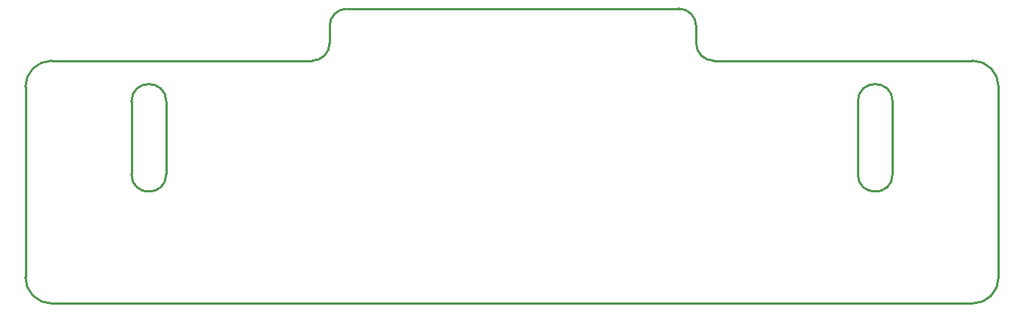
<source format=gm1>
G04*
G04 #@! TF.GenerationSoftware,Altium Limited,Altium Designer,23.3.1 (30)*
G04*
G04 Layer_Color=16711935*
%FSLAX25Y25*%
%MOIN*%
G70*
G04*
G04 #@! TF.SameCoordinates,AEED621E-3CD5-435C-AC93-41C8B311E913*
G04*
G04*
G04 #@! TF.FilePolarity,Positive*
G04*
G01*
G75*
%ADD14C,0.01000*%
D14*
X-172441Y3543D02*
G03*
X-156693Y3543I7874J0D01*
G01*
Y36614D02*
G03*
X-172441Y36614I-7874J0D01*
G01*
X83437Y70866D02*
G03*
X75563Y78740I-7874J0D01*
G01*
X83437Y62992D02*
G03*
X91311Y55118I7874J0D01*
G01*
X-74803Y78740D02*
G03*
X-82677Y70866I0J-7874D01*
G01*
X-90551Y55118D02*
G03*
X-82677Y62992I0J7874D01*
G01*
X172441Y36614D02*
G03*
X156693Y36614I-7874J0D01*
G01*
Y3543D02*
G03*
X172441Y3543I7874J0D01*
G01*
X208661Y-55118D02*
G03*
X220472Y-43307I0J11811D01*
G01*
Y43307D02*
G03*
X208661Y55118I-11811J0D01*
G01*
X-208661D02*
G03*
X-220472Y43307I0J-11811D01*
G01*
Y-43307D02*
G03*
X-208661Y-55118I11811J0D01*
G01*
X-82677Y62992D02*
Y70866D01*
X83437Y62992D02*
Y70866D01*
X-172441Y3543D02*
Y36614D01*
X-156693Y3543D02*
Y36614D01*
X156693Y3543D02*
Y36614D01*
X172441Y3543D02*
Y36614D01*
X-208661Y55118D02*
X-90551Y55118D01*
X-74803Y78740D02*
X75563D01*
X-208661Y-55118D02*
X208661D01*
X-220472Y-43307D02*
Y43307D01*
X91311Y55118D02*
X208661Y55118D01*
X220472Y-43028D02*
Y43307D01*
M02*

</source>
